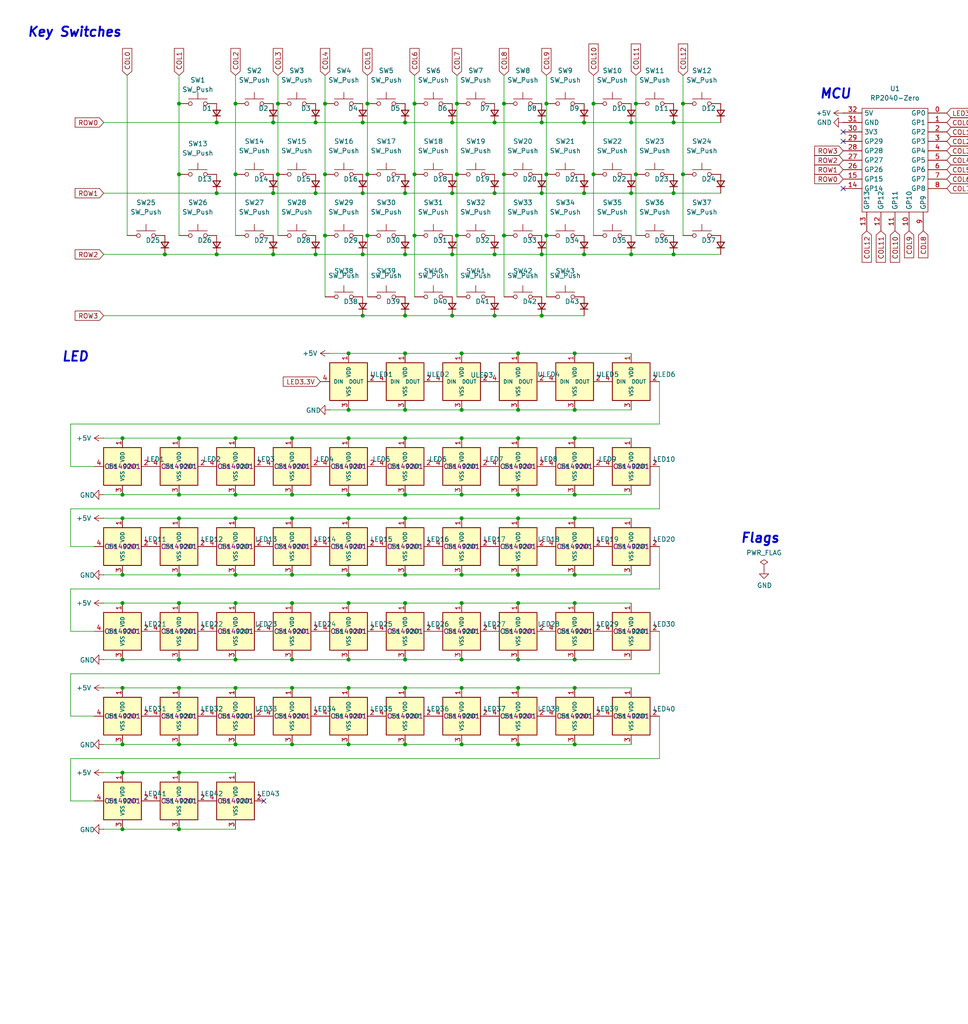
<source format=kicad_sch>
(kicad_sch (version 20250114) (generator "eeschema") (generator_version "9.0")
  (paper "User" 260.985 275.996)
  (text "MCU" (at 220.853 26.924 0) (effects (font (size 2.54 2.54) (thickness 0.508) (bold yes) (italic yes)) (justify left bottom)))
  (text "LED" (at 16.51 97.79 0) (effects (font (size 2.54 2.54) (thickness 0.508) (bold yes) (italic yes)) (justify left bottom)))
  (text "Flags" (at 199.517 146.685 0) (effects (font (size 2.54 2.54) (thickness 0.508) (bold yes) (italic yes)) (justify left bottom)))
  (text "Key Switches" (at 7.239 10.287 0) (effects (font (size 2.54 2.54) (thickness 0.508) (bold yes) (italic yes)) (justify left bottom)))
  (junction (at 85.09 52.07))
  (junction (at 109.22 85.09))
  (junction (at 33.02 177.8))
  (junction (at 124.46 177.8))
  (junction (at 157.48 52.07))
  (junction (at 123.19 27.94))
  (junction (at 157.48 68.58))
  (junction (at 63.5 185.42))
  (junction (at 93.98 95.25))
  (junction (at 154.94 95.25))
  (junction (at 58.42 52.07))
  (junction (at 78.74 185.42))
  (junction (at 160.02 46.99))
  (junction (at 133.35 68.58))
  (junction (at 160.02 27.94))
  (junction (at 170.18 33.02))
  (junction (at 63.5 46.99))
  (junction (at 154.94 200.66))
  (junction (at 147.32 46.99))
  (junction (at 33.02 223.52))
  (junction (at 154.94 118.11))
  (junction (at 85.09 68.58))
  (junction (at 33.02 139.7))
  (junction (at 93.98 162.56))
  (junction (at 99.06 63.5))
  (junction (at 99.06 27.94))
  (junction (at 99.06 46.99))
  (junction (at 87.63 27.94))
  (junction (at 58.42 33.02))
  (junction (at 181.61 33.02))
  (junction (at 97.79 52.07))
  (junction (at 184.15 46.99))
  (junction (at 48.26 177.8))
  (junction (at 48.26 133.35))
  (junction (at 87.63 46.99))
  (junction (at 171.45 46.99))
  (junction (at 123.19 46.99))
  (junction (at 139.7 154.94))
  (junction (at 139.7 177.8))
  (junction (at 48.26 118.11))
  (junction (at 135.89 63.5))
  (junction (at 133.35 85.09))
  (junction (at 74.93 27.94))
  (junction (at 139.7 139.7))
  (junction (at 154.94 162.56))
  (junction (at 124.46 200.66))
  (junction (at 73.66 33.02))
  (junction (at 93.98 118.11))
  (junction (at 154.94 185.42))
  (junction (at 154.94 177.8))
  (junction (at 48.26 27.94))
  (junction (at 63.5 200.66))
  (junction (at 139.7 110.49))
  (junction (at 154.94 154.94))
  (junction (at 73.66 52.07))
  (junction (at 111.76 27.94))
  (junction (at 48.26 200.66))
  (junction (at 109.22 33.02))
  (junction (at 124.46 118.11))
  (junction (at 74.93 46.99))
  (junction (at 121.92 85.09))
  (junction (at 171.45 27.94))
  (junction (at 109.22 95.25))
  (junction (at 78.74 139.7))
  (junction (at 63.5 27.94))
  (junction (at 157.48 33.02))
  (junction (at 139.7 185.42))
  (junction (at 121.92 68.58))
  (junction (at 124.46 110.49))
  (junction (at 124.46 162.56))
  (junction (at 63.5 133.35))
  (junction (at 109.22 177.8))
  (junction (at 154.94 133.35))
  (junction (at 44.45 68.58))
  (junction (at 78.74 177.8))
  (junction (at 93.98 154.94))
  (junction (at 154.94 110.49))
  (junction (at 181.61 52.07))
  (junction (at 124.46 95.25))
  (junction (at 123.19 63.5))
  (junction (at 109.22 118.11))
  (junction (at 121.92 33.02))
  (junction (at 48.26 208.28))
  (junction (at 78.74 154.94))
  (junction (at 139.7 118.11))
  (junction (at 63.5 177.8))
  (junction (at 109.22 133.35))
  (junction (at 33.02 154.94))
  (junction (at 33.02 162.56))
  (junction (at 139.7 95.25))
  (junction (at 63.5 118.11))
  (junction (at 139.7 200.66))
  (junction (at 139.7 133.35))
  (junction (at 109.22 185.42))
  (junction (at 97.79 68.58))
  (junction (at 87.63 63.5))
  (junction (at 109.22 110.49))
  (junction (at 147.32 27.94))
  (junction (at 124.46 154.94))
  (junction (at 48.26 154.94))
  (junction (at 146.05 33.02))
  (junction (at 93.98 133.35))
  (junction (at 85.09 33.02))
  (junction (at 139.7 162.56))
  (junction (at 147.32 63.5))
  (junction (at 109.22 154.94))
  (junction (at 63.5 154.94))
  (junction (at 73.66 68.58))
  (junction (at 97.79 33.02))
  (junction (at 170.18 68.58))
  (junction (at 146.05 85.09))
  (junction (at 111.76 63.5))
  (junction (at 124.46 133.35))
  (junction (at 93.98 200.66))
  (junction (at 154.94 139.7))
  (junction (at 63.5 162.56))
  (junction (at 93.98 185.42))
  (junction (at 109.22 52.07))
  (junction (at 33.02 133.35))
  (junction (at 97.79 85.09))
  (junction (at 109.22 200.66))
  (junction (at 133.35 52.07))
  (junction (at 93.98 110.49))
  (junction (at 184.15 27.94))
  (junction (at 78.74 118.11))
  (junction (at 181.61 68.58))
  (junction (at 33.02 185.42))
  (junction (at 33.02 118.11))
  (junction (at 48.26 185.42))
  (junction (at 146.05 68.58))
  (junction (at 109.22 139.7))
  (junction (at 133.35 33.02))
  (junction (at 124.46 185.42))
  (junction (at 78.74 162.56))
  (junction (at 78.74 133.35))
  (junction (at 93.98 139.7))
  (junction (at 111.76 46.99))
  (junction (at 93.98 177.8))
  (junction (at 78.74 200.66))
  (junction (at 124.46 139.7))
  (junction (at 33.02 208.28))
  (junction (at 48.26 162.56))
  (junction (at 170.18 52.07))
  (junction (at 48.26 223.52))
  (junction (at 109.22 68.58))
  (junction (at 109.22 162.56))
  (junction (at 135.89 46.99))
  (junction (at 135.89 27.94))
  (junction (at 48.26 139.7))
  (junction (at 48.26 46.99))
  (junction (at 121.92 52.07))
  (junction (at 146.05 52.07))
  (junction (at 63.5 139.7))
  (junction (at 58.42 68.58))
  (junction (at 33.02 200.66))
  (no_connect (at 227.33 35.56))
  (no_connect (at 227.33 50.8))
  (no_connect (at 227.33 38.1))
  (no_connect (at 71.12 215.9))
  (wire (pts (xy 93.98 177.8) (xy 109.22 177.8)))
  (wire (pts (xy 48.26 46.99) (xy 48.26 63.5)))
  (wire (pts (xy 121.92 33.02) (xy 133.35 33.02)))
  (wire (pts (xy 147.32 20.32) (xy 147.32 27.94)))
  (wire (pts (xy 27.94 133.35) (xy 33.02 133.35)))
  (wire (pts (xy 170.18 33.02) (xy 181.61 33.02)))
  (wire (pts (xy 97.79 85.09) (xy 27.94 85.09)))
  (wire (pts (xy 99.06 27.94) (xy 99.06 46.99)))
  (wire (pts (xy 109.22 177.8) (xy 124.46 177.8)))
  (wire (pts (xy 33.02 162.56) (xy 48.26 162.56)))
  (wire (pts (xy 48.26 20.32) (xy 48.26 27.94)))
  (wire (pts (xy 146.05 68.58) (xy 157.48 68.58)))
  (wire (pts (xy 109.22 139.7) (xy 124.46 139.7)))
  (wire (pts (xy 177.8 114.3) (xy 177.8 102.87)))
  (wire (pts (xy 73.66 52.07) (xy 85.09 52.07)))
  (wire (pts (xy 124.46 133.35) (xy 139.7 133.35)))
  (wire (pts (xy 177.8 204.47) (xy 177.8 193.04)))
  (wire (pts (xy 124.46 177.8) (xy 139.7 177.8)))
  (wire (pts (xy 170.18 68.58) (xy 181.61 68.58)))
  (wire (pts (xy 99.06 46.99) (xy 99.06 63.5)))
  (wire (pts (xy 123.19 46.99) (xy 123.19 63.5)))
  (wire (pts (xy 73.66 68.58) (xy 85.09 68.58)))
  (wire (pts (xy 27.94 118.11) (xy 33.02 118.11)))
  (wire (pts (xy 85.09 52.07) (xy 97.79 52.07)))
  (wire (pts (xy 184.15 20.32) (xy 184.15 27.94)))
  (wire (pts (xy 139.7 162.56) (xy 154.94 162.56)))
  (wire (pts (xy 48.26 154.94) (xy 63.5 154.94)))
  (wire (pts (xy 124.46 139.7) (xy 139.7 139.7)))
  (wire (pts (xy 109.22 200.66) (xy 124.46 200.66)))
  (wire (pts (xy 111.76 20.32) (xy 111.76 27.94)))
  (wire (pts (xy 109.22 85.09) (xy 97.79 85.09)))
  (wire (pts (xy 78.74 133.35) (xy 93.98 133.35)))
  (wire (pts (xy 147.32 46.99) (xy 147.32 63.5)))
  (wire (pts (xy 139.7 200.66) (xy 154.94 200.66)))
  (wire (pts (xy 124.46 154.94) (xy 139.7 154.94)))
  (wire (pts (xy 124.46 95.25) (xy 139.7 95.25)))
  (wire (pts (xy 78.74 177.8) (xy 93.98 177.8)))
  (wire (pts (xy 63.5 139.7) (xy 78.74 139.7)))
  (wire (pts (xy 33.02 177.8) (xy 48.26 177.8)))
  (wire (pts (xy 19.05 181.61) (xy 177.8 181.61)))
  (wire (pts (xy 109.22 52.07) (xy 121.92 52.07)))
  (wire (pts (xy 157.48 85.09) (xy 146.05 85.09)))
  (wire (pts (xy 19.05 137.16) (xy 177.8 137.16)))
  (wire (pts (xy 177.8 147.32) (xy 177.8 158.75)))
  (wire (pts (xy 139.7 95.25) (xy 154.94 95.25)))
  (wire (pts (xy 19.05 170.18) (xy 19.05 158.75)))
  (wire (pts (xy 135.89 63.5) (xy 135.89 80.01)))
  (wire (pts (xy 121.92 85.09) (xy 109.22 85.09)))
  (wire (pts (xy 87.63 27.94) (xy 87.63 46.99)))
  (wire (pts (xy 63.5 27.94) (xy 63.5 46.99)))
  (wire (pts (xy 19.05 147.32) (xy 25.4 147.32)))
  (wire (pts (xy 19.05 125.73) (xy 25.4 125.73)))
  (wire (pts (xy 139.7 133.35) (xy 154.94 133.35)))
  (wire (pts (xy 33.02 133.35) (xy 48.26 133.35)))
  (wire (pts (xy 109.22 33.02) (xy 121.92 33.02)))
  (wire (pts (xy 123.19 27.94) (xy 123.19 46.99)))
  (wire (pts (xy 154.94 95.25) (xy 170.18 95.25)))
  (wire (pts (xy 74.93 27.94) (xy 74.93 46.99)))
  (wire (pts (xy 63.5 20.32) (xy 63.5 27.94)))
  (wire (pts (xy 171.45 20.32) (xy 171.45 27.94)))
  (wire (pts (xy 63.5 177.8) (xy 78.74 177.8)))
  (wire (pts (xy 33.02 154.94) (xy 48.26 154.94)))
  (wire (pts (xy 19.05 170.18) (xy 25.4 170.18)))
  (wire (pts (xy 33.02 185.42) (xy 48.26 185.42)))
  (wire (pts (xy 121.92 68.58) (xy 133.35 68.58)))
  (wire (pts (xy 48.26 139.7) (xy 63.5 139.7)))
  (wire (pts (xy 19.05 215.9) (xy 25.4 215.9)))
  (wire (pts (xy 63.5 133.35) (xy 78.74 133.35)))
  (wire (pts (xy 97.79 33.02) (xy 109.22 33.02)))
  (wire (pts (xy 139.7 118.11) (xy 154.94 118.11)))
  (wire (pts (xy 48.26 185.42) (xy 63.5 185.42)))
  (wire (pts (xy 111.76 27.94) (xy 111.76 46.99)))
  (wire (pts (xy 133.35 33.02) (xy 146.05 33.02)))
  (wire (pts (xy 109.22 185.42) (xy 124.46 185.42)))
  (wire (pts (xy 154.94 118.11) (xy 170.18 118.11)))
  (wire (pts (xy 48.26 27.94) (xy 48.26 46.99)))
  (wire (pts (xy 109.22 154.94) (xy 124.46 154.94)))
  (wire (pts (xy 27.94 208.28) (xy 33.02 208.28)))
  (wire (pts (xy 109.22 133.35) (xy 124.46 133.35)))
  (wire (pts (xy 124.46 162.56) (xy 139.7 162.56)))
  (wire (pts (xy 135.89 46.99) (xy 135.89 63.5)))
  (wire (pts (xy 133.35 85.09) (xy 121.92 85.09)))
  (wire (pts (xy 19.05 114.3) (xy 177.8 114.3)))
  (wire (pts (xy 93.98 139.7) (xy 109.22 139.7)))
  (wire (pts (xy 139.7 110.49) (xy 154.94 110.49)))
  (wire (pts (xy 34.29 20.32) (xy 34.29 63.5)))
  (wire (pts (xy 123.19 20.32) (xy 123.19 27.94)))
  (wire (pts (xy 135.89 27.94) (xy 135.89 46.99)))
  (wire (pts (xy 97.79 52.07) (xy 109.22 52.07)))
  (wire (pts (xy 63.5 200.66) (xy 78.74 200.66)))
  (wire (pts (xy 184.15 46.99) (xy 184.15 63.5)))
  (wire (pts (xy 19.05 215.9) (xy 19.05 204.47)))
  (wire (pts (xy 93.98 200.66) (xy 109.22 200.66)))
  (wire (pts (xy 154.94 200.66) (xy 170.18 200.66)))
  (wire (pts (xy 19.05 158.75) (xy 177.8 158.75)))
  (wire (pts (xy 160.02 46.99) (xy 160.02 63.5)))
  (wire (pts (xy 27.94 154.94) (xy 33.02 154.94)))
  (wire (pts (xy 93.98 133.35) (xy 109.22 133.35)))
  (wire (pts (xy 177.8 137.16) (xy 177.8 125.73)))
  (wire (pts (xy 93.98 185.42) (xy 109.22 185.42)))
  (wire (pts (xy 109.22 118.11) (xy 124.46 118.11)))
  (wire (pts (xy 109.22 162.56) (xy 124.46 162.56)))
  (wire (pts (xy 48.26 118.11) (xy 63.5 118.11)))
  (wire (pts (xy 27.94 200.66) (xy 33.02 200.66)))
  (wire (pts (xy 99.06 63.5) (xy 99.06 80.01)))
  (wire (pts (xy 123.19 63.5) (xy 123.19 80.01)))
  (wire (pts (xy 111.76 46.99) (xy 111.76 63.5)))
  (wire (pts (xy 33.02 139.7) (xy 48.26 139.7)))
  (wire (pts (xy 27.94 139.7) (xy 33.02 139.7)))
  (wire (pts (xy 63.5 185.42) (xy 78.74 185.42)))
  (wire (pts (xy 78.74 118.11) (xy 93.98 118.11)))
  (wire (pts (xy 109.22 68.58) (xy 121.92 68.58)))
  (wire (pts (xy 154.94 110.49) (xy 170.18 110.49)))
  (wire (pts (xy 146.05 85.09) (xy 133.35 85.09)))
  (wire (pts (xy 124.46 110.49) (xy 139.7 110.49)))
  (wire (pts (xy 93.98 154.94) (xy 109.22 154.94)))
  (wire (pts (xy 58.42 33.02) (xy 27.94 33.02)))
  (wire (pts (xy 19.05 147.32) (xy 19.05 137.16)))
  (wire (pts (xy 19.05 204.47) (xy 177.8 204.47)))
  (wire (pts (xy 154.94 139.7) (xy 170.18 139.7)))
  (wire (pts (xy 63.5 154.94) (xy 78.74 154.94)))
  (wire (pts (xy 97.79 68.58) (xy 109.22 68.58)))
  (wire (pts (xy 48.26 133.35) (xy 63.5 133.35)))
  (wire (pts (xy 44.45 68.58) (xy 58.42 68.58)))
  (wire (pts (xy 44.45 68.58) (xy 27.94 68.58)))
  (wire (pts (xy 19.05 125.73) (xy 19.05 114.3)))
  (wire (pts (xy 154.94 154.94) (xy 170.18 154.94)))
  (wire (pts (xy 154.94 177.8) (xy 170.18 177.8)))
  (wire (pts (xy 181.61 52.07) (xy 194.31 52.07)))
  (wire (pts (xy 177.8 181.61) (xy 177.8 170.18)))
  (wire (pts (xy 88.9 95.25) (xy 93.98 95.25)))
  (wire (pts (xy 93.98 118.11) (xy 109.22 118.11)))
  (wire (pts (xy 48.26 208.28) (xy 63.5 208.28)))
  (wire (pts (xy 93.98 95.25) (xy 109.22 95.25)))
  (wire (pts (xy 87.63 63.5) (xy 87.63 80.01)))
  (wire (pts (xy 27.94 162.56) (xy 33.02 162.56)))
  (wire (pts (xy 139.7 177.8) (xy 154.94 177.8)))
  (wire (pts (xy 146.05 33.02) (xy 157.48 33.02)))
  (wire (pts (xy 33.02 223.52) (xy 48.26 223.52)))
  (wire (pts (xy 181.61 68.58) (xy 194.31 68.58)))
  (wire (pts (xy 171.45 46.99) (xy 171.45 63.5)))
  (wire (pts (xy 85.09 68.58) (xy 97.79 68.58)))
  (wire (pts (xy 33.02 208.28) (xy 48.26 208.28)))
  (wire (pts (xy 93.98 162.56) (xy 109.22 162.56)))
  (wire (pts (xy 87.63 20.32) (xy 87.63 27.94)))
  (wire (pts (xy 78.74 200.66) (xy 93.98 200.66)))
  (wire (pts (xy 135.89 20.32) (xy 135.89 27.94)))
  (wire (pts (xy 27.94 223.52) (xy 33.02 223.52)))
  (wire (pts (xy 124.46 185.42) (xy 139.7 185.42)))
  (wire (pts (xy 147.32 27.94) (xy 147.32 46.99)))
  (wire (pts (xy 48.26 223.52) (xy 63.5 223.52)))
  (wire (pts (xy 154.94 185.42) (xy 170.18 185.42)))
  (wire (pts (xy 157.48 33.02) (xy 170.18 33.02)))
  (wire (pts (xy 88.9 110.49) (xy 93.98 110.49)))
  (wire (pts (xy 27.94 185.42) (xy 33.02 185.42)))
  (wire (pts (xy 160.02 20.32) (xy 160.02 27.94)))
  (wire (pts (xy 171.45 27.94) (xy 171.45 46.99)))
  (wire (pts (xy 111.76 63.5) (xy 111.76 80.01)))
  (wire (pts (xy 27.94 177.8) (xy 33.02 177.8)))
  (wire (pts (xy 124.46 118.11) (xy 139.7 118.11)))
  (wire (pts (xy 58.42 33.02) (xy 73.66 33.02)))
  (wire (pts (xy 154.94 162.56) (xy 170.18 162.56)))
  (wire (pts (xy 48.26 200.66) (xy 63.5 200.66)))
  (wire (pts (xy 139.7 154.94) (xy 154.94 154.94)))
  (wire (pts (xy 78.74 154.94) (xy 93.98 154.94)))
  (wire (pts (xy 109.22 95.25) (xy 124.46 95.25)))
  (wire (pts (xy 133.35 68.58) (xy 146.05 68.58)))
  (wire (pts (xy 157.48 52.07) (xy 170.18 52.07)))
  (wire (pts (xy 139.7 185.42) (xy 154.94 185.42)))
  (wire (pts (xy 78.74 162.56) (xy 93.98 162.56)))
  (wire (pts (xy 33.02 200.66) (xy 48.26 200.66)))
  (wire (pts (xy 99.06 20.32) (xy 99.06 27.94)))
  (wire (pts (xy 78.74 185.42) (xy 93.98 185.42)))
  (wire (pts (xy 58.42 52.07) (xy 73.66 52.07)))
  (wire (pts (xy 19.05 193.04) (xy 19.05 181.61)))
  (wire (pts (xy 74.93 20.32) (xy 74.93 27.94)))
  (wire (pts (xy 74.93 46.99) (xy 74.93 63.5)))
  (wire (pts (xy 63.5 46.99) (xy 63.5 63.5)))
  (wire (pts (xy 93.98 110.49) (xy 109.22 110.49)))
  (wire (pts (xy 85.09 33.02) (xy 97.79 33.02)))
  (wire (pts (xy 184.15 27.94) (xy 184.15 46.99)))
  (wire (pts (xy 109.22 110.49) (xy 124.46 110.49)))
  (wire (pts (xy 147.32 63.5) (xy 147.32 80.01)))
  (wire (pts (xy 146.05 52.07) (xy 157.48 52.07)))
  (wire (pts (xy 27.94 52.07) (xy 58.42 52.07)))
  (wire (pts (xy 154.94 133.35) (xy 170.18 133.35)))
  (wire (pts (xy 139.7 139.7) (xy 154.94 139.7)))
  (wire (pts (xy 181.61 33.02) (xy 194.31 33.02)))
  (wire (pts (xy 124.46 200.66) (xy 139.7 200.66)))
  (wire (pts (xy 63.5 118.11) (xy 78.74 118.11)))
  (wire (pts (xy 87.63 46.99) (xy 87.63 63.5)))
  (wire (pts (xy 73.66 33.02) (xy 85.09 33.02)))
  (wire (pts (xy 48.26 162.56) (xy 63.5 162.56)))
  (wire (pts (xy 33.02 118.11) (xy 48.26 118.11)))
  (wire (pts (xy 78.74 139.7) (xy 93.98 139.7)))
  (wire (pts (xy 170.18 52.07) (xy 181.61 52.07)))
  (wire (pts (xy 48.26 177.8) (xy 63.5 177.8)))
  (wire (pts (xy 133.35 52.07) (xy 146.05 52.07)))
  (wire (pts (xy 58.42 68.58) (xy 73.66 68.58)))
  (wire (pts (xy 121.92 52.07) (xy 133.35 52.07)))
  (wire (pts (xy 19.05 193.04) (xy 25.4 193.04)))
  (wire (pts (xy 157.48 68.58) (xy 170.18 68.58)))
  (wire (pts (xy 63.5 162.56) (xy 78.74 162.56)))
  (wire (pts (xy 160.02 27.94) (xy 160.02 46.99)))
  (global_label "ROW0" (shape input) (at 227.33 48.26 180) (property "Intersheetrefs" "${INTERSHEET_REFS}" (effects (hide yes))))
  (global_label "COL1" (shape input) (at 48.26 20.32 90) (property "Intersheetrefs" "${INTERSHEET_REFS}" (effects (hide yes))))
  (global_label "COL8" (shape input) (at 135.89 20.32 90) (property "Intersheetrefs" "${INTERSHEET_REFS}" (effects (hide yes))))
  (global_label "COL12" (shape input) (at 184.15 20.32 90) (property "Intersheetrefs" "${INTERSHEET_REFS}" (effects (hide yes))))
  (global_label "COL7" (shape input) (at 123.19 20.32 90) (property "Intersheetrefs" "${INTERSHEET_REFS}" (effects (hide yes))))
  (global_label "ROW1" (shape input) (at 27.94 52.07 180) (property "Intersheetrefs" "${INTERSHEET_REFS}" (effects (hide yes))))
  (global_label "COL9" (shape input) (at 245.11 62.23 270) (property "Intersheetrefs" "${INTERSHEET_REFS}" (effects (hide yes))))
  (global_label "LED3.3V" (shape input) (at 86.36 102.87 180) (property "Intersheetrefs" "${INTERSHEET_REFS}" (effects (hide yes))) (property "シート間のリファレンス" "${INTERSHEET_REFS}" (effects (hide yes))))
  (global_label "COL2" (shape input) (at 255.27 38.1 0) (property "Intersheetrefs" "${INTERSHEET_REFS}" (effects (hide yes))))
  (global_label "COL10" (shape input) (at 241.3 62.23 270) (property "Intersheetrefs" "${INTERSHEET_REFS}" (effects (hide yes))))
  (global_label "COL2" (shape input) (at 63.5 20.32 90) (property "Intersheetrefs" "${INTERSHEET_REFS}" (effects (hide yes))))
  (global_label "COL5" (shape input) (at 255.27 45.72 0) (property "Intersheetrefs" "${INTERSHEET_REFS}" (effects (hide yes))))
  (global_label "COL0" (shape input) (at 34.29 20.32 90) (property "Intersheetrefs" "${INTERSHEET_REFS}" (effects (hide yes))))
  (global_label "COL4" (shape input) (at 255.27 43.18 0) (property "Intersheetrefs" "${INTERSHEET_REFS}" (effects (hide yes))))
  (global_label "COL8" (shape input) (at 248.92 62.23 270) (property "Intersheetrefs" "${INTERSHEET_REFS}" (effects (hide yes))))
  (global_label "COL6" (shape input) (at 111.76 20.32 90) (property "Intersheetrefs" "${INTERSHEET_REFS}" (effects (hide yes))))
  (global_label "ROW2" (shape input) (at 227.33 43.18 180) (property "Intersheetrefs" "${INTERSHEET_REFS}" (effects (hide yes))))
  (global_label "COL3" (shape input) (at 255.27 40.64 0) (property "Intersheetrefs" "${INTERSHEET_REFS}" (effects (hide yes))))
  (global_label "ROW0" (shape input) (at 27.94 33.02 180) (property "Intersheetrefs" "${INTERSHEET_REFS}" (effects (hide yes))))
  (global_label "ROW1" (shape input) (at 227.33 45.72 180) (property "Intersheetrefs" "${INTERSHEET_REFS}" (effects (hide yes))))
  (global_label "LED3.3V" (shape input) (at 255.27 30.48 0) (property "Intersheetrefs" "${INTERSHEET_REFS}" (effects (hide yes))) (property "シート間のリファレンス" "${INTERSHEET_REFS}" (effects (hide yes))))
  (global_label "COL3" (shape input) (at 74.93 20.32 90) (property "Intersheetrefs" "${INTERSHEET_REFS}" (effects (hide yes))))
  (global_label "COL4" (shape input) (at 87.63 20.32 90) (property "Intersheetrefs" "${INTERSHEET_REFS}" (effects (hide yes))))
  (global_label "COL12" (shape input) (at 233.68 62.23 270) (property "Intersheetrefs" "${INTERSHEET_REFS}" (effects (hide yes))))
  (global_label "COL5" (shape input) (at 99.06 20.32 90) (property "Intersheetrefs" "${INTERSHEET_REFS}" (effects (hide yes))))
  (global_label "COL9" (shape input) (at 147.32 20.32 90) (property "Intersheetrefs" "${INTERSHEET_REFS}" (effects (hide yes))))
  (global_label "COL1" (shape input) (at 255.27 35.56 0) (property "Intersheetrefs" "${INTERSHEET_REFS}" (effects (hide yes))))
  (global_label "ROW3" (shape input) (at 227.33 40.64 180) (property "Intersheetrefs" "${INTERSHEET_REFS}" (effects (hide yes))))
  (global_label "ROW2" (shape input) (at 27.94 68.58 180) (property "Intersheetrefs" "${INTERSHEET_REFS}" (effects (hide yes))))
  (global_label "COL11" (shape input) (at 171.45 20.32 90) (property "Intersheetrefs" "${INTERSHEET_REFS}" (effects (hide yes))))
  (global_label "COL10" (shape input) (at 160.02 20.32 90) (property "Intersheetrefs" "${INTERSHEET_REFS}" (effects (hide yes))))
  (global_label "COL6" (shape input) (at 255.27 48.26 0) (property "Intersheetrefs" "${INTERSHEET_REFS}" (effects (hide yes))))
  (global_label "COL11" (shape input) (at 237.49 62.23 270) (property "Intersheetrefs" "${INTERSHEET_REFS}" (effects (hide yes))))
  (global_label "COL7" (shape input) (at 255.27 50.8 0) (property "Intersheetrefs" "${INTERSHEET_REFS}" (effects (hide yes))))
  (global_label "COL0" (shape input) (at 255.27 33.02 0) (property "Intersheetrefs" "${INTERSHEET_REFS}" (effects (hide yes))))
  (global_label "ROW3" (shape input) (at 27.94 85.09 180) (property "Intersheetrefs" "${INTERSHEET_REFS}" (effects (hide yes))))
  (symbol (lib_id "Noraneko:SK6812MINI-E") (at 48.26 147.32 0) (unit 1)
    (property "Reference" "LED12" (at 57.15 145.3756 0))
    (property "Value" "SK6812MINI-E" (effects (hide yes)))
    (property "Footprint" "Noraneko:SK6812MINI-E" (effects (hide yes)))
    (property "LCSC" "C5149201" (at 48.26 147.32 0))
  )
  (symbol (lib_id "Device:D_Small") (at 121.92 82.55 90) (unit 1)
    (property "Reference" "D40" (at 120.65 81.28 90) (effects (justify left)))
    (property "Value" "D" (effects (hide yes)))
    (property "Footprint" "Noraneko:1N4148W" (effects (hide yes)))
    (property "LCSC" "C81598" (effects (hide yes)))
    (property "Sim.Device" "D" (effects (hide yes)))
    (property "Sim.Pins" "1=K 2=A" (effects (hide yes)))
  )
  (symbol (lib_id "Device:D_Small") (at 157.48 82.55 90) (unit 1)
    (property "Reference" "D43" (at 156.21 81.28 90) (effects (justify left)))
    (property "Value" "D" (effects (hide yes)))
    (property "Footprint" "Noraneko:1N4148W" (effects (hide yes)))
    (property "LCSC" "C81598" (effects (hide yes)))
    (property "Sim.Device" "D" (effects (hide yes)))
    (property "Sim.Pins" "1=K 2=A" (effects (hide yes)))
  )
  (symbol (lib_id "Switch:SW_Push") (at 92.71 63.5 0) (unit 1)
    (property "Reference" "SW29" (at 92.71 54.61 0))
    (property "Value" "SW_Push" (at 92.71 57.15 0))
    (property "Footprint" "Noraneko:MX_Socket" (effects (hide yes)))
    (property "LCSC" "C41430893" (effects (hide yes)))
  )
  (symbol (lib_id "Switch:SW_Push") (at 68.58 46.99 0) (unit 1)
    (property "Reference" "SW14" (at 68.58 38.1 0))
    (property "Value" "SW_Push" (at 68.58 40.64 0))
    (property "Footprint" "Noraneko:MX_Socket" (effects (hide yes)))
    (property "LCSC" "C41430893" (effects (hide yes)))
  )
  (symbol (lib_id "Noraneko:SK6812MINI-E") (at 48.26 125.73 0) (unit 1)
    (property "Reference" "LED2" (at 57.15 123.7856 0))
    (property "Value" "SK6812MINI-E" (effects (hide yes)))
    (property "Footprint" "Noraneko:SK6812MINI-E" (effects (hide yes)))
    (property "LCSC" "C5149201" (at 48.26 125.73 0))
  )
  (symbol (lib_id "Noraneko:SK6812MINI-E") (at 154.94 102.87 0) (unit 1)
    (property "Reference" "ULED5" (at 163.83 100.9256 0))
    (property "Value" "WS2812B" (effects (hide yes)))
    (property "Footprint" "Noraneko:WS2812B_PLCC4_5.0x5.0mm" (effects (hide yes)))
  )
  (symbol (lib_id "Switch:SW_Push") (at 140.97 63.5 0) (unit 1)
    (property "Reference" "SW33" (at 140.97 54.61 0))
    (property "Value" "SW_Push" (at 140.97 57.15 0))
    (property "Footprint" "Noraneko:MX_Socket" (effects (hide yes)))
    (property "LCSC" "C41430893" (effects (hide yes)))
  )
  (symbol (lib_id "Device:D_Small") (at 121.92 66.04 90) (unit 1)
    (property "Reference" "D31" (at 120.65 64.77 90) (effects (justify left)))
    (property "Value" "D" (effects (hide yes)))
    (property "Footprint" "Noraneko:1N4148W" (effects (hide yes)))
    (property "LCSC" "C81598" (effects (hide yes)))
    (property "Sim.Device" "D" (effects (hide yes)))
    (property "Sim.Pins" "1=K 2=A" (effects (hide yes)))
  )
  (symbol (lib_id "Noraneko:SK6812MINI-E") (at 109.22 193.04 0) (unit 1)
    (property "Reference" "LED36" (at 118.11 191.0956 0))
    (property "Value" "SK6812MINI-E" (effects (hide yes)))
    (property "Footprint" "Noraneko:SK6812MINI-E" (effects (hide yes)))
    (property "LCSC" "C5149201" (at 109.22 193.04 0))
  )
  (symbol (lib_id "Noraneko:SK6812MINI-E") (at 78.74 125.73 0) (unit 1)
    (property "Reference" "LED4" (at 87.63 123.7856 0))
    (property "Value" "SK6812MINI-E" (effects (hide yes)))
    (property "Footprint" "Noraneko:SK6812MINI-E" (effects (hide yes)))
    (property "LCSC" "C5149201" (at 78.74 125.73 0))
  )
  (symbol (lib_id "Noraneko:SK6812MINI-E") (at 124.46 147.32 0) (unit 1)
    (property "Reference" "LED17" (at 133.35 145.3756 0))
    (property "Value" "SK6812MINI-E" (effects (hide yes)))
    (property "Footprint" "Noraneko:SK6812MINI-E" (effects (hide yes)))
    (property "LCSC" "C5149201" (at 124.46 147.32 0))
  )
  (symbol (lib_id "Noraneko:SK6812MINI-E") (at 93.98 193.04 0) (unit 1)
    (property "Reference" "LED35" (at 102.87 191.0956 0))
    (property "Value" "SK6812MINI-E" (effects (hide yes)))
    (property "Footprint" "Noraneko:SK6812MINI-E" (effects (hide yes)))
    (property "LCSC" "C5149201" (at 93.98 193.04 0))
  )
  (symbol (lib_id "Noraneko:SK6812MINI-E") (at 170.18 193.04 0) (unit 1)
    (property "Reference" "LED40" (at 179.07 191.0956 0))
    (property "Value" "SK6812MINI-E" (effects (hide yes)))
    (property "Footprint" "Noraneko:SK6812MINI-E" (effects (hide yes)))
    (property "LCSC" "C5149201" (at 170.18 193.04 0))
  )
  (symbol (lib_id "Switch:SW_Push") (at 189.23 27.94 0) (unit 1)
    (property "Reference" "SW12" (at 189.23 19.05 0))
    (property "Value" "SW_Push" (at 189.23 21.59 0))
    (property "Footprint" "Noraneko:MX_Socket" (effects (hide yes)))
    (property "LCSC" "C41430893" (effects (hide yes)))
  )
  (symbol (lib_id "Switch:SW_Push") (at 92.71 80.01 0) (unit 1)
    (property "Reference" "SW38" (at 92.71 73.025 0))
    (property "Value" "SW_Push" (at 92.71 74.295 0))
    (property "Footprint" "Noraneko:MX_Socket_1.25U" (effects (hide yes)))
    (property "LCSC" "C41430893" (effects (hide yes)))
  )
  (symbol (lib_id "power:GND") (at 27.94 133.35 270) (unit 1)
    (property "Reference" "#PWR06" (effects (hide yes)))
    (property "Value" "GND" (at 23.5458 133.477 90))
    (property "Description" "Power symbol creates a global label with name \"GND\" , ground" (effects (hide yes)))
  )
  (symbol (lib_id "Switch:SW_Push") (at 68.58 63.5 0) (unit 1)
    (property "Reference" "SW27" (at 68.58 54.61 0))
    (property "Value" "SW_Push" (at 68.58 57.15 0))
    (property "Footprint" "Noraneko:MX_Socket" (effects (hide yes)))
    (property "LCSC" "C41430893" (effects (hide yes)))
  )
  (symbol (lib_id "Noraneko:SK6812MINI-E") (at 93.98 170.18 0) (unit 1)
    (property "Reference" "LED25" (at 102.87 168.2356 0))
    (property "Value" "SK6812MINI-E" (effects (hide yes)))
    (property "Footprint" "Noraneko:SK6812MINI-E" (effects (hide yes)))
    (property "LCSC" "C5149201" (at 93.98 170.18 0))
  )
  (symbol (lib_id "Switch:SW_Push") (at 53.34 46.99 0) (unit 1)
    (property "Reference" "SW13" (at 53.34 38.735 0))
    (property "Value" "SW_Push" (at 53.34 41.275 0))
    (property "Footprint" "Noraneko:MX_Socket_1.75U" (effects (hide yes)))
    (property "LCSC" "C41430893" (effects (hide yes)))
  )
  (symbol (lib_id "Noraneko:SK6812MINI-E") (at 78.74 193.04 0) (unit 1)
    (property "Reference" "LED34" (at 87.63 191.0956 0))
    (property "Value" "SK6812MINI-E" (effects (hide yes)))
    (property "Footprint" "Noraneko:SK6812MINI-E" (effects (hide yes)))
    (property "LCSC" "C5149201" (at 78.74 193.04 0))
  )
  (symbol (lib_id "Device:D_Small") (at 194.31 30.48 90) (unit 1)
    (property "Reference" "D12" (at 193.04 29.21 90) (effects (justify left)))
    (property "Value" "D" (effects (hide yes)))
    (property "Footprint" "Noraneko:1N4148W" (effects (hide yes)))
    (property "LCSC" "C81598" (effects (hide yes)))
    (property "Sim.Device" "D" (effects (hide yes)))
    (property "Sim.Pins" "1=K 2=A" (effects (hide yes)))
  )
  (symbol (lib_id "Device:D_Small") (at 181.61 66.04 90) (unit 1)
    (property "Reference" "D36" (at 180.34 64.77 90) (effects (justify left)))
    (property "Value" "D" (effects (hide yes)))
    (property "Footprint" "Noraneko:1N4148W" (effects (hide yes)))
    (property "LCSC" "C81598" (effects (hide yes)))
    (property "Sim.Device" "D" (effects (hide yes)))
    (property "Sim.Pins" "1=K 2=A" (effects (hide yes)))
  )
  (symbol (lib_id "Noraneko:SK6812MINI-E") (at 63.5 193.04 0) (unit 1)
    (property "Reference" "LED33" (at 71.755 191.0956 0))
    (property "Value" "SK6812MINI-E" (effects (hide yes)))
    (property "Footprint" "Noraneko:SK6812MINI-E" (effects (hide yes)))
    (property "LCSC" "C5149201" (at 63.5 193.04 0))
  )
  (symbol (lib_id "Device:D_Small") (at 133.35 66.04 90) (unit 1)
    (property "Reference" "D32" (at 132.08 64.77 90) (effects (justify left)))
    (property "Value" "D" (effects (hide yes)))
    (property "Footprint" "Noraneko:1N4148W" (effects (hide yes)))
    (property "LCSC" "C81598" (effects (hide yes)))
    (property "Sim.Device" "D" (effects (hide yes)))
    (property "Sim.Pins" "1=K 2=A" (effects (hide yes)))
  )
  (symbol (lib_id "Device:D_Small") (at 194.31 66.04 90) (unit 1)
    (property "Reference" "D37" (at 193.04 64.77 90) (effects (justify left)))
    (property "Value" "D" (effects (hide yes)))
    (property "Footprint" "Noraneko:1N4148W" (effects (hide yes)))
    (property "LCSC" "C81598" (effects (hide yes)))
    (property "Sim.Device" "D" (effects (hide yes)))
    (property "Sim.Pins" "1=K 2=A" (effects (hide yes)))
  )
  (symbol (lib_id "Switch:SW_Push") (at 152.4 27.94 0) (unit 1)
    (property "Reference" "SW9" (at 152.4 19.05 0))
    (property "Value" "SW_Push" (at 152.4 21.59 0))
    (property "Footprint" "Noraneko:MX_Socket" (effects (hide yes)))
    (property "LCSC" "C41430893" (effects (hide yes)))
  )
  (symbol (lib_id "Device:D_Small") (at 170.18 30.48 90) (unit 1)
    (property "Reference" "D10" (at 168.91 29.21 90) (effects (justify left)))
    (property "Value" "D" (effects (hide yes)))
    (property "Footprint" "Noraneko:1N4148W" (effects (hide yes)))
    (property "LCSC" "C81598" (effects (hide yes)))
    (property "Sim.Device" "D" (effects (hide yes)))
    (property "Sim.Pins" "1=K 2=A" (effects (hide yes)))
  )
  (symbol (lib_id "power:GND") (at 27.94 177.8 270) (unit 1)
    (property "Reference" "#PWR011" (effects (hide yes)))
    (property "Value" "GND" (at 23.5458 177.927 90))
    (property "Description" "Power symbol creates a global label with name \"GND\" , ground" (effects (hide yes)))
  )
  (symbol (lib_id "Noraneko:SK6812MINI-E") (at 93.98 125.73 0) (unit 1)
    (property "Reference" "LED5" (at 102.87 123.7856 0))
    (property "Value" "SK6812MINI-E" (effects (hide yes)))
    (property "Footprint" "Noraneko:SK6812MINI-E_no_logo" (effects (hide yes)))
    (property "LCSC" "C5149201" (at 93.98 125.73 0))
  )
  (symbol (lib_id "Switch:SW_Push") (at 104.14 46.99 0) (unit 1)
    (property "Reference" "SW17" (at 104.14 38.1 0))
    (property "Value" "SW_Push" (at 104.14 40.64 0))
    (property "Footprint" "Noraneko:MX_Socket" (effects (hide yes)))
    (property "LCSC" "C41430893" (effects (hide yes)))
  )
  (symbol (lib_id "Noraneko:SK6812MINI-E") (at 48.26 193.04 0) (unit 1)
    (property "Reference" "LED32" (at 57.15 191.0956 0))
    (property "Value" "SK6812MINI-E" (effects (hide yes)))
    (property "Footprint" "Noraneko:SK6812MINI-E" (effects (hide yes)))
    (property "LCSC" "C5149201" (at 48.26 193.04 0))
  )
  (symbol (lib_id "Device:D_Small") (at 58.42 49.53 90) (unit 1)
    (property "Reference" "D13" (at 57.15 48.26 90) (effects (justify left)))
    (property "Value" "D" (effects (hide yes)))
    (property "Footprint" "Noraneko:1N4148W" (effects (hide yes)))
    (property "LCSC" "C81598" (effects (hide yes)))
    (property "Sim.Device" "D" (effects (hide yes)))
    (property "Sim.Pins" "1=K 2=A" (effects (hide yes)))
  )
  (symbol (lib_id "Switch:SW_Push") (at 39.37 63.5 0) (unit 1)
    (property "Reference" "SW25" (at 39.37 54.61 0))
    (property "Value" "SW_Push" (at 39.37 57.15 0))
    (property "Footprint" "Noraneko:MX_Socket" (effects (hide yes)))
    (property "LCSC" "C41430893" (effects (hide yes)))
  )
  (symbol (lib_id "Noraneko:SK6812MINI-E") (at 154.94 147.32 0) (unit 1)
    (property "Reference" "LED19" (at 163.83 145.3756 0))
    (property "Value" "SK6812MINI-E" (effects (hide yes)))
    (property "Footprint" "Noraneko:SK6812MINI-E" (effects (hide yes)))
    (property "LCSC" "C5149201" (at 154.94 147.32 0))
  )
  (symbol (lib_id "power:PWR_FLAG") (at 205.994 153.416 0) (unit 1)
    (property "Reference" "#FLG01" (effects (hide yes)))
    (property "Value" "PWR_FLAG" (at 205.994 148.9964 0))
    (property "Description" "Special symbol for telling ERC where power comes from" (effects (hide yes)))
  )
  (symbol (lib_id "Switch:SW_Push") (at 189.23 63.5 0) (unit 1)
    (property "Reference" "SW37" (at 189.23 54.61 0))
    (property "Value" "SW_Push" (at 189.23 57.15 0))
    (property "Footprint" "Noraneko:MX_Socket" (effects (hide yes)))
    (property "LCSC" "C41430893" (effects (hide yes)))
  )
  (symbol (lib_id "Device:D_Small") (at 85.09 66.04 90) (unit 1)
    (property "Reference" "D28" (at 83.82 64.77 90) (effects (justify left)))
    (property "Value" "D" (effects (hide yes)))
    (property "Footprint" "Noraneko:1N4148W" (effects (hide yes)))
    (property "LCSC" "C81598" (effects (hide yes)))
    (property "Sim.Device" "D" (effects (hide yes)))
    (property "Sim.Pins" "1=K 2=A" (effects (hide yes)))
  )
  (symbol (lib_id "Noraneko:SK6812MINI-E") (at 154.94 193.04 0) (unit 1)
    (property "Reference" "LED39" (at 163.83 191.0956 0))
    (property "Value" "SK6812MINI-E" (effects (hide yes)))
    (property "Footprint" "Noraneko:SK6812MINI-E" (effects (hide yes)))
    (property "LCSC" "C5149201" (at 154.94 193.04 0))
  )
  (symbol (lib_id "Noraneko:SK6812MINI-E") (at 139.7 125.73 0) (unit 1)
    (property "Reference" "LED8" (at 147.955 123.7856 0))
    (property "Value" "SK6812MINI-E" (effects (hide yes)))
    (property "Footprint" "Noraneko:SK6812MINI-E" (effects (hide yes)))
    (property "LCSC" "C5149201" (at 139.7 125.73 0))
  )
  (symbol (lib_id "Switch:SW_Push") (at 104.14 63.5 0) (unit 1)
    (property "Reference" "SW30" (at 104.14 54.61 0))
    (property "Value" "SW_Push" (at 104.14 57.15 0))
    (property "Footprint" "Noraneko:MX_Socket" (effects (hide yes)))
    (property "LCSC" "C41430893" (effects (hide yes)))
  )
  (symbol (lib_id "Noraneko:SK6812MINI-E") (at 48.26 170.18 0) (unit 1)
    (property "Reference" "LED22" (at 57.15 168.2356 0))
    (property "Value" "SK6812MINI-E" (effects (hide yes)))
    (property "Footprint" "Noraneko:SK6812MINI-E" (effects (hide yes)))
    (property "LCSC" "C5149201" (at 48.26 170.18 0))
  )
  (symbol (lib_id "Noraneko:SK6812MINI-E") (at 124.46 170.18 0) (unit 1)
    (property "Reference" "LED27" (at 133.35 168.2356 0))
    (property "Value" "SK6812MINI-E" (effects (hide yes)))
    (property "Footprint" "Noraneko:SK6812MINI-E" (effects (hide yes)))
    (property "LCSC" "C5149201" (at 124.46 170.18 0))
  )
  (symbol (lib_id "Switch:SW_Push") (at 165.1 63.5 0) (unit 1)
    (property "Reference" "SW35" (at 165.1 54.61 0))
    (property "Value" "SW_Push" (at 165.1 57.15 0))
    (property "Footprint" "Noraneko:MX_Socket" (effects (hide yes)))
    (property "LCSC" "C41430893" (effects (hide yes)))
  )
  (symbol (lib_id "Switch:SW_Push") (at 128.27 63.5 0) (unit 1)
    (property "Reference" "SW32" (at 128.27 54.61 0))
    (property "Value" "SW_Push" (at 128.27 57.15 0))
    (property "Footprint" "Noraneko:MX_Socket" (effects (hide yes)))
    (property "LCSC" "C41430893" (effects (hide yes)))
  )
  (symbol (lib_id "power:GND") (at 27.94 154.94 270) (unit 1)
    (property "Reference" "#PWR09" (effects (hide yes)))
    (property "Value" "GND" (at 23.5458 155.067 90))
    (property "Description" "Power symbol creates a global label with name \"GND\" , ground" (effects (hide yes)))
  )
  (symbol (lib_id "Noraneko:SK6812MINI-E") (at 78.74 170.18 0) (unit 1)
    (property "Reference" "LED24" (at 87.63 168.2356 0))
    (property "Value" "SK6812MINI-E" (effects (hide yes)))
    (property "Footprint" "Noraneko:SK6812MINI-E_no_logo" (effects (hide yes)))
    (property "LCSC" "C5149201" (at 78.74 170.18 0))
  )
  (symbol (lib_id "Noraneko:SK6812MINI-E") (at 109.22 125.73 0) (unit 1)
    (property "Reference" "LED6" (at 118.11 123.7856 0))
    (property "Value" "SK6812MINI-E" (effects (hide yes)))
    (property "Footprint" "Noraneko:SK6812MINI-E" (effects (hide yes)))
    (property "LCSC" "C5149201" (at 109.22 125.73 0))
  )
  (symbol (lib_id "Switch:SW_Push") (at 92.71 46.99 0) (unit 1)
    (property "Reference" "SW16" (at 92.71 38.1 0))
    (property "Value" "SW_Push" (at 92.71 40.64 0))
    (property "Footprint" "Noraneko:MX_Socket" (effects (hide yes)))
    (property "LCSC" "C41430893" (effects (hide yes)))
  )
  (symbol (lib_id "Noraneko:SK6812MINI-E") (at 109.22 170.18 0) (unit 1)
    (property "Reference" "LED26" (at 118.11 168.2356 0))
    (property "Value" "SK6812MINI-E" (effects (hide yes)))
    (property "Footprint" "Noraneko:SK6812MINI-E" (effects (hide yes)))
    (property "LCSC" "C5149201" (at 109.22 170.18 0))
  )
  (symbol (lib_id "Device:D_Small") (at 85.09 30.48 90) (unit 1)
    (property "Reference" "D3" (at 83.82 29.21 90) (effects (justify left)))
    (property "Value" "D" (effects (hide yes)))
    (property "Footprint" "Noraneko:1N4148W" (effects (hide yes)))
    (property "LCSC" "C81598" (effects (hide yes)))
    (property "Sim.Device" "D" (effects (hide yes)))
    (property "Sim.Pins" "1=K 2=A" (effects (hide yes)))
  )
  (symbol (lib_id "Noraneko:SK6812MINI-E") (at 109.22 147.32 0) (unit 1)
    (property "Reference" "LED16" (at 118.11 145.3756 0))
    (property "Value" "SK6812MINI-E" (effects (hide yes)))
    (property "Footprint" "Noraneko:SK6812MINI-E" (effects (hide yes)))
    (property "LCSC" "C5149201" (at 109.22 147.32 0))
  )
  (symbol (lib_id "Switch:SW_Push") (at 80.01 63.5 0) (unit 1)
    (property "Reference" "SW28" (at 80.01 54.61 0))
    (property "Value" "SW_Push" (at 80.01 57.15 0))
    (property "Footprint" "Noraneko:MX_Socket" (effects (hide yes)))
    (property "LCSC" "C41430893" (effects (hide yes)))
  )
  (symbol (lib_id "Switch:SW_Push") (at 152.4 46.99 0) (unit 1)
    (property "Reference" "SW21" (at 152.4 38.1 0))
    (property "Value" "SW_Push" (at 152.4 40.64 0))
    (property "Footprint" "Noraneko:MX_Socket" (effects (hide yes)))
    (property "LCSC" "C41430893" (effects (hide yes)))
  )
  (symbol (lib_id "Device:D_Small") (at 109.22 82.55 90) (unit 1)
    (property "Reference" "D39" (at 107.95 81.28 90) (effects (justify left)))
    (property "Value" "D" (effects (hide yes)))
    (property "Footprint" "Noraneko:1N4148W" (effects (hide yes)))
    (property "LCSC" "C81598" (effects (hide yes)))
    (property "Sim.Device" "D" (effects (hide yes)))
    (property "Sim.Pins" "1=K 2=A" (effects (hide yes)))
  )
  (symbol (lib_id "Switch:SW_Push") (at 176.53 63.5 0) (unit 1)
    (property "Reference" "SW36" (at 176.53 54.61 0))
    (property "Value" "SW_Push" (at 176.53 57.15 0))
    (property "Footprint" "Noraneko:MX_Socket" (effects (hide yes)))
    (property "LCSC" "C41430893" (effects (hide yes)))
  )
  (symbol (lib_id "Switch:SW_Push") (at 116.84 27.94 0) (unit 1)
    (property "Reference" "SW6" (at 116.84 19.05 0))
    (property "Value" "SW_Push" (at 116.84 21.59 0))
    (property "Footprint" "Noraneko:MX_Socket" (effects (hide yes)))
    (property "LCSC" "C41430893" (effects (hide yes)))
  )
  (symbol (lib_id "power:GND") (at 27.94 223.52 270) (unit 1)
    (property "Reference" "#PWR015" (effects (hide yes)))
    (property "Value" "GND" (at 23.5458 223.647 90))
    (property "Description" "Power symbol creates a global label with name \"GND\" , ground" (effects (hide yes)))
  )
  (symbol (lib_id "Switch:SW_Push") (at 80.01 27.94 0) (unit 1)
    (property "Reference" "SW3" (at 80.01 19.05 0))
    (property "Value" "SW_Push" (at 80.01 21.59 0))
    (property "Footprint" "Noraneko:MX_Socket" (effects (hide yes)))
    (property "LCSC" "C41430893" (effects (hide yes)))
  )
  (symbol (lib_id "power:+5V") (at 227.33 30.48 90) (unit 1)
    (property "Reference" "#PWR01" (effects (hide yes)))
    (property "Value" "+5V" (at 221.996 30.48 90))
    (property "Description" "Power symbol creates a global label with name \"+5V\"" (effects (hide yes)))
  )
  (symbol (lib_id "Device:D_Small") (at 157.48 30.48 90) (unit 1)
    (property "Reference" "D9" (at 156.21 29.21 90) (effects (justify left)))
    (property "Value" "D" (effects (hide yes)))
    (property "Footprint" "Noraneko:1N4148W" (effects (hide yes)))
    (property "LCSC" "C81598" (effects (hide yes)))
    (property "Sim.Device" "D" (effects (hide yes)))
    (property "Sim.Pins" "1=K 2=A" (effects (hide yes)))
  )
  (symbol (lib_id "Switch:SW_Push") (at 53.34 27.94 0) (unit 1)
    (property "Reference" "SW1" (at 53.34 21.59 0))
    (property "Value" "SW_Push" (at 53.34 24.13 0))
    (property "Footprint" "Noraneko:MX_Socket_1.50U" (effects (hide yes)))
    (property "LCSC" "C41430893" (effects (hide yes)))
  )
  (symbol (lib_id "Noraneko:SK6812MINI-E") (at 33.02 215.9 0) (unit 1)
    (property "Reference" "LED41" (at 41.91 213.9556 0))
    (property "Value" "SK6812MINI-E" (effects (hide yes)))
    (property "Footprint" "Noraneko:SK6812MINI-E" (effects (hide yes)))
    (property "LCSC" "C5149201" (at 33.02 215.9 0))
  )
  (symbol (lib_id "Device:D_Small") (at 109.22 30.48 90) (unit 1)
    (property "Reference" "D5" (at 107.95 29.21 90) (effects (justify left)))
    (property "Value" "D" (effects (hide yes)))
    (property "Footprint" "Noraneko:1N4148W" (effects (hide yes)))
    (property "LCSC" "C81598" (effects (hide yes)))
    (property "Sim.Device" "D" (effects (hide yes)))
    (property "Sim.Pins" "1=K 2=A" (effects (hide yes)))
  )
  (symbol (lib_id "Switch:SW_Push") (at 116.84 80.01 0) (unit 1)
    (property "Reference" "SW40" (at 116.84 73.025 0))
    (property "Value" "SW_Push" (at 116.84 74.295 0))
    (property "Footprint" "Noraneko:MX_Socket_2.75U_Re" (effects (hide yes)))
    (property "LCSC" "C41430893" (effects (hide yes)))
  )
  (symbol (lib_id "Device:D_Small") (at 133.35 49.53 90) (unit 1)
    (property "Reference" "D19" (at 132.08 48.26 90) (effects (justify left)))
    (property "Value" "D" (effects (hide yes)))
    (property "Footprint" "Noraneko:1N4148W" (effects (hide yes)))
    (property "LCSC" "C81598" (effects (hide yes)))
    (property "Sim.Device" "D" (effects (hide yes)))
    (property "Sim.Pins" "1=K 2=A" (effects (hide yes)))
  )
  (symbol (lib_id "Device:D_Small") (at 109.22 49.53 90) (unit 1)
    (property "Reference" "D17" (at 107.95 48.26 90) (effects (justify left)))
    (property "Value" "D" (effects (hide yes)))
    (property "Footprint" "Noraneko:1N4148W" (effects (hide yes)))
    (property "LCSC" "C81598" (effects (hide yes)))
    (property "Sim.Device" "D" (effects (hide yes)))
    (property "Sim.Pins" "1=K 2=A" (effects (hide yes)))
  )
  (symbol (lib_id "Switch:SW_Push") (at 165.1 27.94 0) (unit 1)
    (property "Reference" "SW10" (at 165.1 19.05 0))
    (property "Value" "SW_Push" (at 165.1 21.59 0))
    (property "Footprint" "Noraneko:MX_Socket" (effects (hide yes)))
    (property "LCSC" "C41430893" (effects (hide yes)))
  )
  (symbol (lib_id "power:GND") (at 88.9 110.49 270) (unit 1)
    (property "Reference" "#PWR04" (effects (hide yes)))
    (property "Value" "GND" (at 84.5058 110.617 90))
    (property "Description" "Power symbol creates a global label with name \"GND\" , ground" (effects (hide yes)))
  )
  (symbol (lib_id "Noraneko:RP2040-Zero") (at 241.3 24.13 0) (unit 1)
    (property "Reference" "U1" (at 241.3 23.876 0))
    (property "Value" "RP2040-Zero" (at 241.3 26.416 0))
    (property "Footprint" "Noraneko:RP2040-Zero-SMD" (effects (hide yes)))
  )
  (symbol (lib_id "Device:D_Small") (at 194.31 49.53 90) (unit 1)
    (property "Reference" "D24" (at 193.04 48.26 90) (effects (justify left)))
    (property "Value" "D" (effects (hide yes)))
    (property "Footprint" "Noraneko:1N4148W" (effects (hide yes)))
    (property "LCSC" "C81598" (effects (hide yes)))
    (property "Sim.Device" "D" (effects (hide yes)))
    (property "Sim.Pins" "1=K 2=A" (effects (hide yes)))
  )
  (symbol (lib_id "Device:D_Small") (at 58.42 30.48 90) (unit 1)
    (property "Reference" "D1" (at 57.15 29.21 90) (effects (justify left)))
    (property "Value" "D" (effects (hide yes)))
    (property "Footprint" "Noraneko:1N4148W" (effects (hide yes)))
    (property "LCSC" "C81598" (effects (hide yes)))
    (property "Sim.Device" "D" (effects (hide yes)))
    (property "Sim.Pins" "1=K 2=A" (effects (hide yes)))
  )
  (symbol (lib_id "Device:D_Small") (at 146.05 49.53 90) (unit 1)
    (property "Reference" "D20" (at 144.78 48.26 90) (effects (justify left)))
    (property "Value" "D" (effects (hide yes)))
    (property "Footprint" "Noraneko:1N4148W" (effects (hide yes)))
    (property "LCSC" "C81598" (effects (hide yes)))
    (property "Sim.Device" "D" (effects (hide yes)))
    (property "Sim.Pins" "1=K 2=A" (effects (hide yes)))
  )
  (symbol (lib_id "Switch:SW_Push") (at 53.34 63.5 0) (unit 1)
    (property "Reference" "SW26" (at 53.34 54.61 0))
    (property "Value" "SW_Push" (at 53.34 57.15 0))
    (property "Footprint" "Noraneko:MX_Socket_1.75U" (effects (hide yes)))
    (property "LCSC" "C41430893" (effects (hide yes)))
  )
  (symbol (lib_id "Switch:SW_Push") (at 128.27 80.01 0) (unit 1)
    (property "Reference" "SW41" (at 128.27 73.025 0))
    (property "Value" "SW_Push" (at 128.27 74.295 0))
    (property "Footprint" "Noraneko:MX_Socket_2.25U_Re" (effects (hide yes)))
    (property "LCSC" "C41430893" (effects (hide yes)))
  )
  (symbol (lib_id "Noraneko:SK6812MINI-E") (at 170.18 102.87 0) (unit 1)
    (property "Reference" "ULED6" (at 179.07 100.9256 0))
    (property "Value" "WS2812B" (effects (hide yes)))
    (property "Footprint" "Noraneko:WS2812B_PLCC4_5.0x5.0mm" (effects (hide yes)))
  )
  (symbol (lib_id "Noraneko:SK6812MINI-E") (at 33.02 125.73 0) (unit 1)
    (property "Reference" "LED1" (at 41.91 123.7856 0))
    (property "Value" "SK6812MINI-E" (effects (hide yes)))
    (property "Footprint" "Noraneko:SK6812MINI-E" (effects (hide yes)))
    (property "LCSC" "C5149201" (at 33.02 125.73 0))
  )
  (symbol (lib_id "Device:D_Small") (at 97.79 82.55 90) (unit 1)
    (property "Reference" "D38" (at 96.52 81.28 90) (effects (justify left)))
    (property "Value" "D" (effects (hide yes)))
    (property "Footprint" "Noraneko:1N4148W" (effects (hide yes)))
    (property "LCSC" "C81598" (effects (hide yes)))
    (property "Sim.Device" "D" (effects (hide yes)))
    (property "Sim.Pins" "1=K 2=A" (effects (hide yes)))
  )
  (symbol (lib_id "power:+5V") (at 27.94 185.42 90) (unit 1)
    (property "Reference" "#PWR012" (effects (hide yes)))
    (property "Value" "+5V" (at 22.606 185.42 90))
    (property "Description" "Power symbol creates a global label with name \"+5V\"" (effects (hide yes)))
  )
  (symbol (lib_id "power:GND") (at 27.94 200.66 270) (unit 1)
    (property "Reference" "#PWR013" (effects (hide yes)))
    (property "Value" "GND" (at 23.5458 200.787 90))
    (property "Description" "Power symbol creates a global label with name \"GND\" , ground" (effects (hide yes)))
  )
  (symbol (lib_id "power:GND") (at 227.33 33.02 270) (unit 1)
    (property "Reference" "#PWR02" (effects (hide yes)))
    (property "Value" "GND" (at 222.25 33.02 90))
    (property "Description" "Power symbol creates a global label with name \"GND\" , ground" (effects (hide yes)))
  )
  (symbol (lib_id "power:+5V") (at 27.94 208.28 90) (unit 1)
    (property "Reference" "#PWR014" (effects (hide yes)))
    (property "Value" "+5V" (at 22.606 208.28 90))
    (property "Description" "Power symbol creates a global label with name \"+5V\"" (effects (hide yes)))
  )
  (symbol (lib_id "Noraneko:SK6812MINI-E") (at 124.46 102.87 0) (unit 1)
    (property "Reference" "ULED3" (at 129.921 101.092 0))
    (property "Value" "WS2812B" (effects (hide yes)))
    (property "Footprint" "Noraneko:WS2812B_PLCC4_5.0x5.0mm" (effects (hide yes)))
  )
  (symbol (lib_id "Noraneko:SK6812MINI-E") (at 154.94 125.73 0) (unit 1)
    (property "Reference" "LED9" (at 163.83 123.7856 0))
    (property "Value" "SK6812MINI-E" (effects (hide yes)))
    (property "Footprint" "Noraneko:SK6812MINI-E_no_logo" (effects (hide yes)))
    (property "LCSC" "C5149201" (at 154.94 125.73 0))
  )
  (symbol (lib_id "Device:D_Small") (at 121.92 30.48 90) (unit 1)
    (property "Reference" "D6" (at 120.65 29.21 90) (effects (justify left)))
    (property "Value" "D" (effects (hide yes)))
    (property "Footprint" "Noraneko:1N4148W" (effects (hide yes)))
    (property "LCSC" "C81598" (effects (hide yes)))
    (property "Sim.Device" "D" (effects (hide yes)))
    (property "Sim.Pins" "1=K 2=A" (effects (hide yes)))
  )
  (symbol (lib_id "Device:D_Small") (at 146.05 30.48 90) (unit 1)
    (property "Reference" "D8" (at 144.78 29.21 90) (effects (justify left)))
    (property "Value" "D" (effects (hide yes)))
    (property "Footprint" "Noraneko:1N4148W" (effects (hide yes)))
    (property "LCSC" "C81598" (effects (hide yes)))
    (property "Sim.Device" "D" (effects (hide yes)))
    (property "Sim.Pins" "1=K 2=A" (effects (hide yes)))
  )
  (symbol (lib_id "Noraneko:SK6812MINI-E") (at 154.94 170.18 0) (unit 1)
    (property "Reference" "LED29" (at 163.83 168.2356 0))
    (property "Value" "SK6812MINI-E" (effects (hide yes)))
    (property "Footprint" "Noraneko:SK6812MINI-E" (effects (hide yes)))
    (property "LCSC" "C5149201" (at 154.94 170.18 0))
  )
  (symbol (lib_id "Device:D_Small") (at 73.66 49.53 90) (unit 1)
    (property "Reference" "D14" (at 72.39 48.26 90) (effects (justify left)))
    (property "Value" "D" (effects (hide yes)))
    (property "Footprint" "Noraneko:1N4148W" (effects (hide yes)))
    (property "LCSC" "C81598" (effects (hide yes)))
    (property "Sim.Device" "D" (effects (hide yes)))
    (property "Sim.Pins" "1=K 2=A" (effects (hide yes)))
  )
  (symbol (lib_id "Device:D_Small") (at 73.66 30.48 90) (unit 1)
    (property "Reference" "D2" (at 72.39 29.21 90) (effects (justify left)))
    (property "Value" "D" (effects (hide yes)))
    (property "Footprint" "Noraneko:1N4148W" (effects (hide yes)))
    (property "LCSC" "C81598" (effects (hide yes)))
    (property "Sim.Device" "D" (effects (hide yes)))
    (property "Sim.Pins" "1=K 2=A" (effects (hide yes)))
  )
  (symbol (lib_id "Noraneko:SK6812MINI-E") (at 170.18 125.73 0) (unit 1)
    (property "Reference" "LED10" (at 179.07 123.7856 0))
    (property "Value" "SK6812MINI-E" (effects (hide yes)))
    (property "Footprint" "Noraneko:SK6812MINI-E" (effects (hide yes)))
    (property "LCSC" "C5149201" (at 170.18 125.73 0))
  )
  (symbol (lib_id "Noraneko:SK6812MINI-E") (at 170.18 170.18 0) (unit 1)
    (property "Reference" "LED30" (at 179.07 168.2356 0))
    (property "Value" "SK6812MINI-E" (effects (hide yes)))
    (property "Footprint" "Noraneko:SK6812MINI-E" (effects (hide yes)))
    (property "LCSC" "C5149201" (at 170.18 170.18 0))
  )
  (symbol (lib_id "Noraneko:SK6812MINI-E") (at 139.7 170.18 0) (unit 1)
    (property "Reference" "LED28" (at 147.955 168.2356 0))
    (property "Value" "SK6812MINI-E" (effects (hide yes)))
    (property "Footprint" "Noraneko:SK6812MINI-E" (effects (hide yes)))
    (property "LCSC" "C5149201" (at 139.7 170.18 0))
  )
  (symbol (lib_id "Device:D_Small") (at 97.79 66.04 90) (unit 1)
    (property "Reference" "D29" (at 96.52 64.77 90) (effects (justify left)))
    (property "Value" "D" (effects (hide yes)))
    (property "Footprint" "Noraneko:1N4148W" (effects (hide yes)))
    (property "LCSC" "C81598" (effects (hide yes)))
    (property "Sim.Device" "D" (effects (hide yes)))
    (property "Sim.Pins" "1=K 2=A" (effects (hide yes)))
  )
  (symbol (lib_id "Device:D_Small") (at 157.48 49.53 90) (unit 1)
    (property "Reference" "D21" (at 156.21 48.26 90) (effects (justify left)))
    (property "Value" "D" (effects (hide yes)))
    (property "Footprint" "Noraneko:1N4148W" (effects (hide yes)))
    (property "LCSC" "C81598" (effects (hide yes)))
    (property "Sim.Device" "D" (effects (hide yes)))
    (property "Sim.Pins" "1=K 2=A" (effects (hide yes)))
  )
  (symbol (lib_id "Switch:SW_Push") (at 116.84 46.99 0) (unit 1)
    (property "Reference" "SW18" (at 116.84 38.1 0))
    (property "Value" "SW_Push" (at 116.84 40.64 0))
    (property "Footprint" "Noraneko:MX_Socket" (effects (hide yes)))
    (property "LCSC" "C41430893" (effects (hide yes)))
  )
  (symbol (lib_id "Device:D_Small") (at 85.09 49.53 90) (unit 1)
    (property "Reference" "D15" (at 83.82 48.26 90) (effects (justify left)))
    (property "Value" "D" (effects (hide yes)))
    (property "Footprint" "Noraneko:1N4148W" (effects (hide yes)))
    (property "LCSC" "C81598" (effects (hide yes)))
    (property "Sim.Device" "D" (effects (hide yes)))
    (property "Sim.Pins" "1=K 2=A" (effects (hide yes)))
  )
  (symbol (lib_id "Noraneko:SK6812MINI-E") (at 33.02 193.04 0) (unit 1)
    (property "Reference" "LED31" (at 41.91 191.0956 0))
    (property "Value" "SK6812MINI-E" (effects (hide yes)))
    (property "Footprint" "Noraneko:SK6812MINI-E" (effects (hide yes)))
    (property "LCSC" "C5149201" (at 33.02 193.04 0))
  )
  (symbol (lib_id "Noraneko:SK6812MINI-E") (at 139.7 147.32 0) (unit 1)
    (property "Reference" "LED18" (at 147.955 145.3756 0))
    (property "Value" "SK6812MINI-E" (effects (hide yes)))
    (property "Footprint" "Noraneko:SK6812MINI-E" (effects (hide yes)))
    (property "LCSC" "C5149201" (at 139.7 147.32 0))
  )
  (symbol (lib_id "Noraneko:SK6812MINI-E") (at 63.5 125.73 0) (unit 1)
    (property "Reference" "LED3" (at 71.755 123.7856 0))
    (property "Value" "SK6812MINI-E" (effects (hide yes)))
    (property "Footprint" "Noraneko:SK6812MINI-E" (effects (hide yes)))
    (property "LCSC" "C5149201" (at 63.5 125.73 0))
  )
  (symbol (lib_id "Device:D_Small") (at 146.05 66.04 90) (unit 1)
    (property "Reference" "D33" (at 144.78 64.77 90) (effects (justify left)))
    (property "Value" "D" (effects (hide yes)))
    (property "Footprint" "Noraneko:1N4148W" (effects (hide yes)))
    (property "LCSC" "C81598" (effects (hide yes)))
    (property "Sim.Device" "D" (effects (hide yes)))
    (property "Sim.Pins" "1=K 2=A" (effects (hide yes)))
  )
  (symbol (lib_id "Device:D_Small") (at 58.42 66.04 90) (unit 1)
    (property "Reference" "D26" (at 57.15 64.77 90) (effects (justify left)))
    (property "Value" "D" (effects (hide yes)))
    (property "Footprint" "Noraneko:1N4148W" (effects (hide yes)))
    (property "LCSC" "C81598" (effects (hide yes)))
    (property "Sim.Device" "D" (effects (hide yes)))
    (property "Sim.Pins" "1=K 2=A" (effects (hide yes)))
  )
  (symbol (lib_id "Noraneko:SK6812MINI-E") (at 33.02 147.32 0) (unit 1)
    (property "Reference" "LED11" (at 41.91 145.3756 0))
    (property "Value" "SK6812MINI-E" (effects (hide yes)))
    (property "Footprint" "Noraneko:SK6812MINI-E" (effects (hide yes)))
    (property "LCSC" "C5149201" (at 33.02 147.32 0))
  )
  (symbol (lib_id "Device:D_Small") (at 97.79 30.48 90) (unit 1)
    (property "Reference" "D4" (at 96.52 29.21 90) (effects (justify left)))
    (property "Value" "D" (effects (hide yes)))
    (property "Footprint" "Noraneko:1N4148W" (effects (hide yes)))
    (property "LCSC" "C81598" (effects (hide yes)))
    (property "Sim.Device" "D" (effects (hide yes)))
    (property "Sim.Pins" "1=K 2=A" (effects (hide yes)))
  )
  (symbol (lib_id "Noraneko:SK6812MINI-E") (at 63.5 170.18 0) (unit 1)
    (property "Reference" "LED23" (at 71.755 168.2356 0))
    (property "Value" "SK6812MINI-E" (effects (hide yes)))
    (property "Footprint" "Noraneko:SK6812MINI-E" (effects (hide yes)))
    (property "LCSC" "C5149201" (at 63.5 170.18 0))
  )
  (symbol (lib_id "Device:D_Small") (at 170.18 49.53 90) (unit 1)
    (property "Reference" "D22" (at 168.91 48.26 90) (effects (justify left)))
    (property "Value" "D" (effects (hide yes)))
    (property "Footprint" "Noraneko:1N4148W" (effects (hide yes)))
    (property "LCSC" "C81598" (effects (hide yes)))
    (property "Sim.Device" "D" (effects (hide yes)))
    (property "Sim.Pins" "1=K 2=A" (effects (hide yes)))
  )
  (symbol (lib_id "Noraneko:SK6812MINI-E") (at 139.7 102.87 0) (unit 1)
    (property "Reference" "ULED4" (at 147.955 100.9256 0))
    (property "Value" "WS2812B" (effects (hide yes)))
    (property "Footprint" "Noraneko:WS2812B_PLCC4_5.0x5.0mm" (effects (hide yes)))
  )
  (symbol (lib_id "Switch:SW_Push") (at 92.71 27.94 0) (unit 1)
    (property "Reference" "SW4" (at 92.71 19.05 0))
    (property "Value" "SW_Push" (at 92.71 21.59 0))
    (property "Footprint" "Noraneko:MX_Socket" (effects (hide yes)))
    (property "LCSC" "C41430893" (effects (hide yes)))
  )
  (symbol (lib_id "Switch:SW_Push") (at 80.01 46.99 0) (unit 1)
    (property "Reference" "SW15" (at 80.01 38.1 0))
    (property "Value" "SW_Push" (at 80.01 40.64 0))
    (property "Footprint" "Noraneko:MX_Socket" (effects (hide yes)))
    (property "LCSC" "C41430893" (effects (hide yes)))
  )
  (symbol (lib_id "Device:D_Small") (at 181.61 49.53 90) (unit 1)
    (property "Reference" "D23" (at 180.34 48.26 90) (effects (justify left)))
    (property "Value" "D" (effects (hide yes)))
    (property "Footprint" "Noraneko:1N4148W" (effects (hide yes)))
    (property "LCSC" "C81598" (effects (hide yes)))
    (property "Sim.Device" "D" (effects (hide yes)))
    (property "Sim.Pins" "1=K 2=A" (effects (hide yes)))
  )
  (symbol (lib_id "Noraneko:SK6812MINI-E") (at 63.5 147.32 0) (unit 1)
    (property "Reference" "LED13" (at 71.755 145.3756 0))
    (property "Value" "SK6812MINI-E" (effects (hide yes)))
    (property "Footprint" "Noraneko:SK6812MINI-E" (effects (hide yes)))
    (property "LCSC" "C5149201" (at 63.5 147.32 0))
  )
  (symbol (lib_id "Switch:SW_Push") (at 189.23 46.99 0) (unit 1)
    (property "Reference" "SW24" (at 189.23 38.1 0))
    (property "Value" "SW_Push" (at 189.23 40.64 0))
    (property "Footprint" "Noraneko:MX_Socket" (effects (hide yes)))
    (property "LCSC" "C41430893" (effects (hide yes)))
  )
  (symbol (lib_id "Noraneko:SK6812MINI-E") (at 48.26 215.9 0) (unit 1)
    (property "Reference" "LED42" (at 57.15 213.9556 0))
    (property "Value" "SK6812MINI-E" (effects (hide yes)))
    (property "Footprint" "Noraneko:SK6812MINI-E" (effects (hide yes)))
    (property "LCSC" "C5149201" (at 48.26 215.9 0))
  )
  (symbol (lib_id "Noraneko:SK6812MINI-E") (at 109.22 102.87 0) (unit 1)
    (property "Reference" "ULED2" (at 118.11 100.9256 0))
    (property "Value" "WS2812B" (effects (hide yes)))
    (property "Footprint" "Noraneko:WS2812B_PLCC4_5.0x5.0mm" (effects (hide yes)))
  )
  (symbol (lib_id "Noraneko:SK6812MINI-E") (at 33.02 170.18 0) (unit 1)
    (property "Reference" "LED21" (at 41.91 168.2356 0))
    (property "Value" "SK6812MINI-E" (effects (hide yes)))
    (property "Footprint" "Noraneko:SK6812MINI-E" (effects (hide yes)))
    (property "LCSC" "C5149201" (at 33.02 170.18 0))
  )
  (symbol (lib_id "power:+5V") (at 88.9 95.25 90) (unit 1)
    (property "Reference" "#PWR03" (effects (hide yes)))
    (property "Value" "+5V" (at 83.566 95.25 90))
    (property "Description" "Power symbol creates a global label with name \"+5V\"" (effects (hide yes)))
  )
  (symbol (lib_id "power:+5V") (at 27.94 162.56 90) (unit 1)
    (property "Reference" "#PWR010" (effects (hide yes)))
    (property "Value" "+5V" (at 22.606 162.56 90))
    (property "Description" "Power symbol creates a global label with name \"+5V\"" (effects (hide yes)))
  )
  (symbol (lib_id "Switch:SW_Push") (at 104.14 80.01 0) (unit 1)
    (property "Reference" "SW39" (at 104.14 73.025 0))
    (property "Value" "SW_Push" (at 104.14 74.295 0))
    (property "Footprint" "Noraneko:MX_Socket_1.25U" (effects (hide yes)))
    (property "LCSC" "C41430893" (effects (hide yes)))
  )
  (symbol (lib_id "Switch:SW_Push") (at 165.1 46.99 0) (unit 1)
    (property "Reference" "SW22" (at 165.1 38.1 0))
    (property "Value" "SW_Push" (at 165.1 40.64 0))
    (property "Footprint" "Noraneko:MX_Socket" (effects (hide yes)))
    (property "LCSC" "C41430893" (effects (hide yes)))
  )
  (symbol (lib_id "Switch:SW_Push") (at 140.97 80.01 0) (unit 1)
    (property "Reference" "SW42" (at 140.97 73.025 0))
    (property "Value" "SW_Push" (at 140.97 74.295 0))
    (property "Footprint" "Noraneko:MX_Socket_1.25U" (effects (hide yes)))
    (property "LCSC" "C41430893" (effects (hide yes)))
  )
  (symbol (lib_id "Switch:SW_Push") (at 176.53 27.94 0) (unit 1)
    (property "Reference" "SW11" (at 176.53 19.05 0))
    (property "Value" "SW_Push" (at 176.53 21.59 0))
    (property "Footprint" "Noraneko:MX_Socket" (effects (hide yes)))
    (property "LCSC" "C41430893" (effects (hide yes)))
  )
  (symbol (lib_id "Device:D_Small") (at 146.05 82.55 90) (unit 1)
    (property "Reference" "D42" (at 144.78 81.28 90) (effects (justify left)))
    (property "Value" "D" (effects (hide yes)))
    (property "Footprint" "Noraneko:1N4148W" (effects (hide yes)))
    (property "LCSC" "C81598" (effects (hide yes)))
    (property "Sim.Device" "D" (effects (hide yes)))
    (property "Sim.Pins" "1=K 2=A" (effects (hide yes)))
  )
  (symbol (lib_id "Switch:SW_Push") (at 128.27 46.99 0) (unit 1)
    (property "Reference" "SW19" (at 128.27 38.1 0))
    (property "Value" "SW_Push" (at 128.27 40.64 0))
    (property "Footprint" "Noraneko:MX_Socket" (effects (hide yes)))
    (property "LCSC" "C41430893" (effects (hide yes)))
  )
  (symbol (lib_id "Noraneko:SK6812MINI-E") (at 124.46 125.73 0) (unit 1)
    (property "Reference" "LED7" (at 133.35 123.7856 0))
    (property "Value" "SK6812MINI-E" (effects (hide yes)))
    (property "Footprint" "Noraneko:SK6812MINI-E" (effects (hide yes)))
    (property "LCSC" "C5149201" (at 124.46 125.73 0))
  )
  (symbol (lib_id "Device:D_Small") (at 121.92 49.53 90) (unit 1)
    (property "Reference" "D18" (at 120.65 48.26 90) (effects (justify left)))
    (property "Value" "D" (effects (hide yes)))
    (property "Footprint" "Noraneko:1N4148W" (effects (hide yes)))
    (property "LCSC" "C81598" (effects (hide yes)))
    (property "Sim.Device" "D" (effects (hide yes)))
    (property "Sim.Pins" "1=K 2=A" (effects (hide yes)))
  )
  (symbol (lib_id "Device:D_Small") (at 170.18 66.04 90) (unit 1)
    (property "Reference" "D35" (at 168.91 64.77 90) (effects (justify left)))
    (property "Value" "D" (effects (hide yes)))
    (property "Footprint" "Noraneko:1N4148W" (effects (hide yes)))
    (property "LCSC" "C81598" (effects (hide yes)))
    (property "Sim.Device" "D" (effects (hide yes)))
    (property "Sim.Pins" "1=K 2=A" (effects (hide yes)))
  )
  (symbol (lib_id "Device:D_Small") (at 44.45 66.04 90) (unit 1)
    (property "Reference" "D25" (at 43.18 64.77 90) (effects (justify left)))
    (property "Value" "D" (effects (hide yes)))
    (property "Footprint" "Noraneko:1N4148W" (effects (hide yes)))
    (property "LCSC" "C81598" (effects (hide yes)))
    (property "Sim.Device" "D" (effects (hide yes)))
    (property "Sim.Pins" "1=K 2=A" (effects (hide yes)))
  )
  (symbol (lib_id "power:+5V") (at 27.94 139.7 90) (unit 1)
    (property "Reference" "#PWR07" (effects (hide yes)))
    (property "Value" "+5V" (at 22.606 139.7 90))
    (property "Description" "Power symbol creates a global label with name \"+5V\"" (effects (hide yes)))
  )
  (symbol (lib_id "Noraneko:SK6812MINI-E") (at 78.74 147.32 0) (unit 1)
    (property "Reference" "LED14" (at 87.63 145.3756 0))
    (property "Value" "SK6812MINI-E" (effects (hide yes)))
    (property "Footprint" "Noraneko:SK6812MINI-E_no_logo" (effects (hide yes)))
    (property "LCSC" "C5149201" (at 78.74 147.32 0))
  )
  (symbol (lib_id "Switch:SW_Push") (at 116.84 63.5 0) (unit 1)
    (property "Reference" "SW31" (at 116.84 54.61 0))
    (property "Value" "SW_Push" (at 116.84 57.15 0))
    (property "Footprint" "Noraneko:MX_Socket" (effects (hide yes)))
    (property "LCSC" "C41430893" (effects (hide yes)))
  )
  (symbol (lib_id "Device:D_Small") (at 157.48 66.04 90) (unit 1)
    (property "Reference" "D34" (at 156.21 64.77 90) (effects (justify left)))
    (property "Value" "D" (effects (hide yes)))
    (property "Footprint" "Noraneko:1N4148W" (effects (hide yes)))
    (property "LCSC" "C81598" (effects (hide yes)))
    (property "Sim.Device" "D" (effects (hide yes)))
    (property "Sim.Pins" "1=K 2=A" (effects (hide yes)))
  )
  (symbol (lib_id "Noraneko:SK6812MINI-E") (at 124.46 193.04 0) (unit 1)
    (property "Reference" "LED37" (at 133.35 191.0956 0))
    (property "Value" "SK6812MINI-E" (effects (hide yes)))
    (property "Footprint" "Noraneko:SK6812MINI-E" (effects (hide yes)))
    (property "LCSC" "C5149201" (at 124.46 193.04 0))
  )
  (symbol (lib_id "power:GND") (at 205.994 153.416 0) (unit 1)
    (property "Reference" "#PWR08" (effects (hide yes)))
    (property "Value" "GND" (at 206.121 157.8102 0))
    (property "Description" "Power symbol creates a global label with name \"GND\" , ground" (effects (hide yes)))
  )
  (symbol (lib_id "Device:D_Small") (at 73.66 66.04 90) (unit 1)
    (property "Reference" "D27" (at 72.39 64.77 90) (effects (justify left)))
    (property "Value" "D" (effects (hide yes)))
    (property "Footprint" "Noraneko:1N4148W" (effects (hide yes)))
    (property "LCSC" "C81598" (effects (hide yes)))
    (property "Sim.Device" "D" (effects (hide yes)))
    (property "Sim.Pins" "1=K 2=A" (effects (hide yes)))
  )
  (symbol (lib_id "Noraneko:SK6812MINI-E") (at 93.98 102.87 0) (unit 1)
    (property "Reference" "ULED1" (at 102.87 100.9256 0))
    (property "Value" "WS2812B" (effects (hide yes)))
    (property "Footprint" "Noraneko:WS2812B_PLCC4_5.0x5.0mm" (effects (hide yes)))
  )
  (symbol (lib_id "Switch:SW_Push") (at 104.14 27.94 0) (unit 1)
    (property "Reference" "SW5" (at 104.14 19.05 0))
    (property "Value" "SW_Push" (at 104.14 21.59 0))
    (property "Footprint" "Noraneko:MX_Socket" (effects (hide yes)))
    (property "LCSC" "C41430893" (effects (hide yes)))
  )
  (symbol (lib_id "Device:D_Small") (at 133.35 30.48 90) (unit 1)
    (property "Reference" "D7" (at 132.08 29.21 90) (effects (justify left)))
    (property "Value" "D" (effects (hide yes)))
    (property "Footprint" "Noraneko:1N4148W" (effects (hide yes)))
    (property "LCSC" "C81598" (effects (hide yes)))
    (property "Sim.Device" "D" (effects (hide yes)))
    (property "Sim.Pins" "1=K 2=A" (effects (hide yes)))
  )
  (symbol (lib_id "Switch:SW_Push") (at 128.27 27.94 0) (unit 1)
    (property "Reference" "SW7" (at 128.27 19.05 0))
    (property "Value" "SW_Push" (at 128.27 21.59 0))
    (property "Footprint" "Noraneko:MX_Socket" (effects (hide yes)))
    (property "LCSC" "C41430893" (effects (hide yes)))
  )
  (symbol (lib_id "Switch:SW_Push") (at 152.4 63.5 0) (unit 1)
    (property "Reference" "SW34" (at 152.4 54.61 0))
    (property "Value" "SW_Push" (at 152.4 57.15 0))
    (property "Footprint" "Noraneko:MX_Socket" (effects (hide yes)))
    (property "LCSC" "C41430893" (effects (hide yes)))
  )
  (symbol (lib_id "Device:D_Small") (at 97.79 49.53 90) (unit 1)
    (property "Reference" "D16" (at 96.52 48.26 90) (effects (justify left)))
    (property "Value" "D" (effects (hide yes)))
    (property "Footprint" "Noraneko:1N4148W" (effects (hide yes)))
    (property "LCSC" "C81598" (effects (hide yes)))
    (property "Sim.Device" "D" (effects (hide yes)))
    (property "Sim.Pins" "1=K 2=A" (effects (hide yes)))
  )
  (symbol (lib_id "Device:D_Small") (at 181.61 30.48 90) (unit 1)
    (property "Reference" "D11" (at 180.34 29.21 90) (effects (justify left)))
    (property "Value" "D" (effects (hide yes)))
    (property "Footprint" "Noraneko:1N4148W" (effects (hide yes)))
    (property "LCSC" "C81598" (effects (hide yes)))
    (property "Sim.Device" "D" (effects (hide yes)))
    (property "Sim.Pins" "1=K 2=A" (effects (hide yes)))
  )
  (symbol (lib_id "Switch:SW_Push") (at 152.4 80.01 0) (unit 1)
    (property "Reference" "SW43" (at 152.4 73.025 0))
    (property "Value" "SW_Push" (at 152.4 74.295 0))
    (property "Footprint" "Noraneko:MX_Socket_1.25U" (effects (hide yes)))
    (property "LCSC" "C41430893" (effects (hide yes)))
  )
  (symbol (lib_id "Switch:SW_Push") (at 176.53 46.99 0) (unit 1)
    (property "Reference" "SW23" (at 176.53 38.1 0))
    (property "Value" "SW_Push" (at 176.53 40.64 0))
    (property "Footprint" "Noraneko:MX_Socket" (effects (hide yes)))
    (property "LCSC" "C41430893" (effects (hide yes)))
  )
  (symbol (lib_id "Switch:SW_Push") (at 140.97 46.99 0) (unit 1)
    (property "Reference" "SW20" (at 140.97 38.1 0))
    (property "Value" "SW_Push" (at 140.97 40.64 0))
    (property "Footprint" "Noraneko:MX_Socket" (effects (hide yes)))
    (property "LCSC" "C41430893" (effects (hide yes)))
  )
  (symbol (lib_id "Noraneko:SK6812MINI-E") (at 170.18 147.32 0) (unit 1)
    (property "Reference" "LED20" (at 179.07 145.3756 0))
    (property "Value" "SK6812MINI-E" (effects (hide yes)))
    (property "Footprint" "Noraneko:SK6812MINI-E" (effects (hide yes)))
    (property "LCSC" "C5149201" (at 170.18 147.32 0))
  )
  (symbol (lib_id "Switch:SW_Push") (at 140.97 27.94 0) (unit 1)
    (property "Reference" "SW8" (at 140.97 19.05 0))
    (property "Value" "SW_Push" (at 140.97 21.59 0))
    (property "Footprint" "Noraneko:MX_Socket" (effects (hide yes)))
    (property "LCSC" "C41430893" (effects (hide yes)))
  )
  (symbol (lib_id "Noraneko:SK6812MINI-E") (at 139.7 193.04 0) (unit 1)
    (property "Reference" "LED38" (at 147.955 191.0956 0))
    (property "Value" "SK6812MINI-E" (effects (hide yes)))
    (property "Footprint" "Noraneko:SK6812MINI-E" (effects (hide yes)))
    (property "LCSC" "C5149201" (at 139.7 193.04 0))
  )
  (symbol (lib_id "Device:D_Small") (at 109.22 66.04 90) (unit 1)
    (property "Reference" "D30" (at 107.95 64.77 90) (effects (justify left)))
    (property "Value" "D" (effects (hide yes)))
    (property "Footprint" "Noraneko:1N4148W" (effects (hide yes)))
    (property "LCSC" "C81598" (effects (hide yes)))
    (property "Sim.Device" "D" (effects (hide yes)))
    (property "Sim.Pins" "1=K 2=A" (effects (hide yes)))
  )
  (symbol (lib_id "Noraneko:SK6812MINI-E") (at 93.98 147.32 0) (unit 1)
    (property "Reference" "LED15" (at 102.87 145.3756 0))
    (property "Value" "SK6812MINI-E" (effects (hide yes)))
    (property "Footprint" "Noraneko:SK6812MINI-E" (effects (hide yes)))
    (property "LCSC" "C5149201" (at 93.98 147.32 0))
  )
  (symbol (lib_id "power:+5V") (at 27.94 118.11 90) (unit 1)
    (property "Reference" "#PWR05" (effects (hide yes)))
    (property "Value" "+5V" (at 22.606 118.11 90))
    (property "Description" "Power symbol creates a global label with name \"+5V\"" (effects (hide yes)))
  )
  (symbol (lib_id "Switch:SW_Push") (at 68.58 27.94 0) (unit 1)
    (property "Reference" "SW2" (at 68.58 19.05 0))
    (property "Value" "SW_Push" (at 68.58 21.59 0))
    (property "Footprint" "Noraneko:MX_Socket" (effects (hide yes)))
    (property "LCSC" "C41430893" (effects (hide yes)))
  )
  (symbol (lib_id "Noraneko:SK6812MINI-E") (at 63.5 215.9 0) (unit 1)
    (property "Reference" "LED43" (at 72.39 213.9556 0))
    (property "Value" "SK6812MINI-E" (effects (hide yes)))
    (property "Footprint" "Noraneko:SK6812MINI-E" (effects (hide yes)))
    (property "LCSC" "C5149201" (at 63.5 215.9 0))
  )
  (symbol (lib_id "Device:D_Small") (at 133.35 82.55 90) (unit 1)
    (property "Reference" "D41" (at 132.08 81.28 90) (effects (justify left)))
    (property "Value" "D" (effects (hide yes)))
    (property "Footprint" "Noraneko:1N4148W" (effects (hide yes)))
    (property "LCSC" "C81598" (effects (hide yes)))
    (property "Sim.Device" "D" (effects (hide yes)))
    (property "Sim.Pins" "1=K 2=A" (effects (hide yes)))
  )
)
</source>
